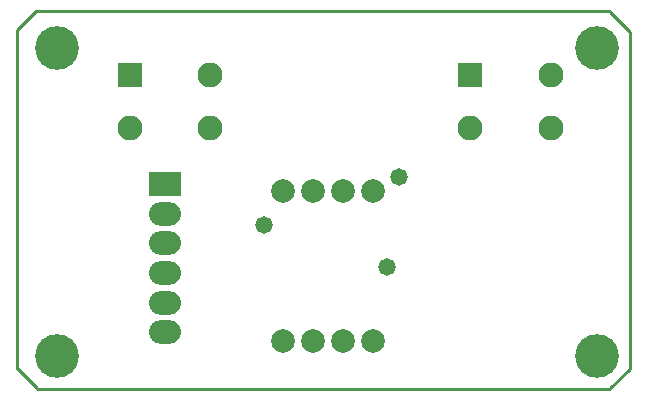
<source format=gbs>
G04*
G04 #@! TF.GenerationSoftware,Altium Limited,Altium Designer,20.0.10 (225)*
G04*
G04 Layer_Color=16711935*
%FSLAX24Y24*%
%MOIN*%
G70*
G01*
G75*
%ADD11C,0.0100*%
%ADD20C,0.1458*%
%ADD21O,0.1064X0.0789*%
%ADD22R,0.1064X0.0789*%
%ADD23C,0.0789*%
%ADD24R,0.0828X0.0828*%
%ADD25C,0.0828*%
%ADD26C,0.0580*%
D11*
X19050Y10525D02*
Y21800D01*
X19700Y22450D02*
X38808Y22450D01*
X19725Y9850D02*
X38825Y9850D01*
X39500Y10525D02*
Y21750D01*
X38808Y22450D02*
X38825Y22433D01*
Y22425D02*
X39500Y21750D01*
X38825Y9875D02*
X39475Y10525D01*
X19075D02*
X19725Y9875D01*
X19050Y21800D02*
X19700Y22450D01*
X19900D01*
X19700D02*
X19750D01*
D20*
X20400Y21200D02*
D03*
Y10950D02*
D03*
X38400D02*
D03*
Y21200D02*
D03*
D21*
X24000Y12731D02*
D03*
Y11747D02*
D03*
Y13716D02*
D03*
Y14700D02*
D03*
Y15684D02*
D03*
D22*
Y16668D02*
D03*
D23*
X27928Y16450D02*
D03*
X28928D02*
D03*
X29928D02*
D03*
X30928D02*
D03*
X27928Y11450D02*
D03*
X28928D02*
D03*
X29928D02*
D03*
X30928D02*
D03*
D24*
X22811Y20330D02*
D03*
X34161D02*
D03*
D25*
X22811Y18558D02*
D03*
X25489D02*
D03*
Y20330D02*
D03*
X34161Y18558D02*
D03*
X36839D02*
D03*
Y20330D02*
D03*
D26*
X27279Y15329D02*
D03*
X31400Y13900D02*
D03*
X31800Y16900D02*
D03*
M02*

</source>
